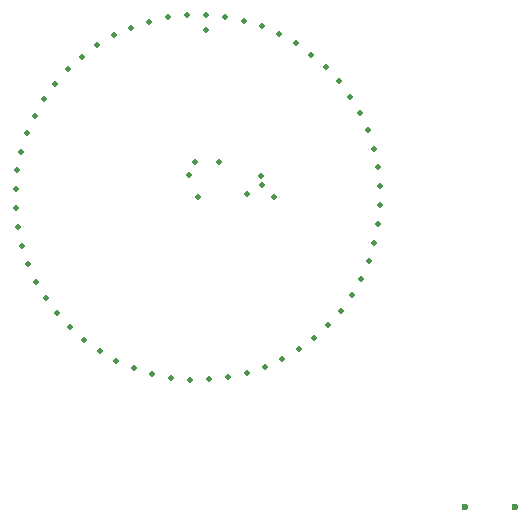
<source format=gbr>
%TF.GenerationSoftware,KiCad,Pcbnew,9.0.2*%
%TF.CreationDate,2025-06-11T22:36:26-04:00*%
%TF.ProjectId,WristWatch,57726973-7457-4617-9463-682e6b696361,rev?*%
%TF.SameCoordinates,Original*%
%TF.FileFunction,Copper,L3,Inr*%
%TF.FilePolarity,Positive*%
%FSLAX46Y46*%
G04 Gerber Fmt 4.6, Leading zero omitted, Abs format (unit mm)*
G04 Created by KiCad (PCBNEW 9.0.2) date 2025-06-11 22:36:26*
%MOMM*%
%LPD*%
G01*
G04 APERTURE LIST*
%TA.AperFunction,ComponentPad*%
%ADD10C,0.600000*%
%TD*%
%TA.AperFunction,ViaPad*%
%ADD11C,0.500000*%
%TD*%
G04 APERTURE END LIST*
D10*
%TO.N,Net-(AE1-A)*%
%TO.C,AE1*%
X22651200Y-26218200D03*
X26851200Y-26218200D03*
%TD*%
D11*
%TO.N,SCL*%
X5442624Y1023024D03*
%TO.N,WKUP1*%
X-750000Y1854200D03*
%TO.N,+3V0*%
X1752600Y2971800D03*
X-250000Y2971800D03*
%TO.N,SCL*%
X4140200Y250000D03*
%TO.N,Net-(U3-~{CS})*%
X5359400Y1778000D03*
X6477000Y0D03*
%TO.N,LED_IN*%
X718532Y14198324D03*
%TO.N,GND*%
X0Y0D03*
%TO.N,VLED*%
X12882306Y8522791D03*
X-14953613Y3870559D03*
X2546251Y-15235104D03*
X2286278Y15276279D03*
X-13702610Y-7129534D03*
X14885489Y4124804D03*
X-7129534Y13702610D03*
X-13822106Y6895009D03*
X-5658165Y14372785D03*
X-13025663Y8302041D03*
X-12882306Y-8522791D03*
X13822106Y-6895009D03*
X-11920862Y-9822670D03*
X15417800Y939800D03*
X-676947Y-15431576D03*
X15235104Y2546251D03*
X-15235104Y-2546251D03*
X13702610Y7129534D03*
X-8522791Y12882306D03*
X5412434Y14467112D03*
X-5412434Y-14467112D03*
X9618114Y12086507D03*
X14372785Y5658165D03*
X-10828809Y-11014929D03*
X-8302041Y-13025663D03*
X13025663Y-8302041D03*
X-14885489Y-4124804D03*
X8522791Y-12882306D03*
X11920862Y9822670D03*
X6895009Y13822106D03*
X-15417800Y-939800D03*
X5658165Y-14372785D03*
X12086507Y-9618114D03*
X4124804Y-14885489D03*
X-2286278Y-15276279D03*
X-15431576Y676947D03*
X-15276279Y2286278D03*
X-939800Y15417800D03*
X14953613Y-3870559D03*
X9822670Y-11920862D03*
X-14467112Y5412434D03*
X-6895009Y-13822106D03*
X-2546251Y15235104D03*
X-3870559Y-14953613D03*
X15276279Y-2286278D03*
X11014929Y-10828809D03*
X14467112Y-5412434D03*
X-11014929Y10828809D03*
X10828809Y11014929D03*
X676947Y15431576D03*
X-9822670Y11920862D03*
X-14372785Y-5658165D03*
X939800Y-15417800D03*
X-12086507Y9618114D03*
X-9618114Y-12086507D03*
X8302041Y13025663D03*
X15431576Y-676947D03*
X3870559Y14953613D03*
X-4124804Y14885489D03*
X7129534Y-13702610D03*
%TD*%
M02*

</source>
